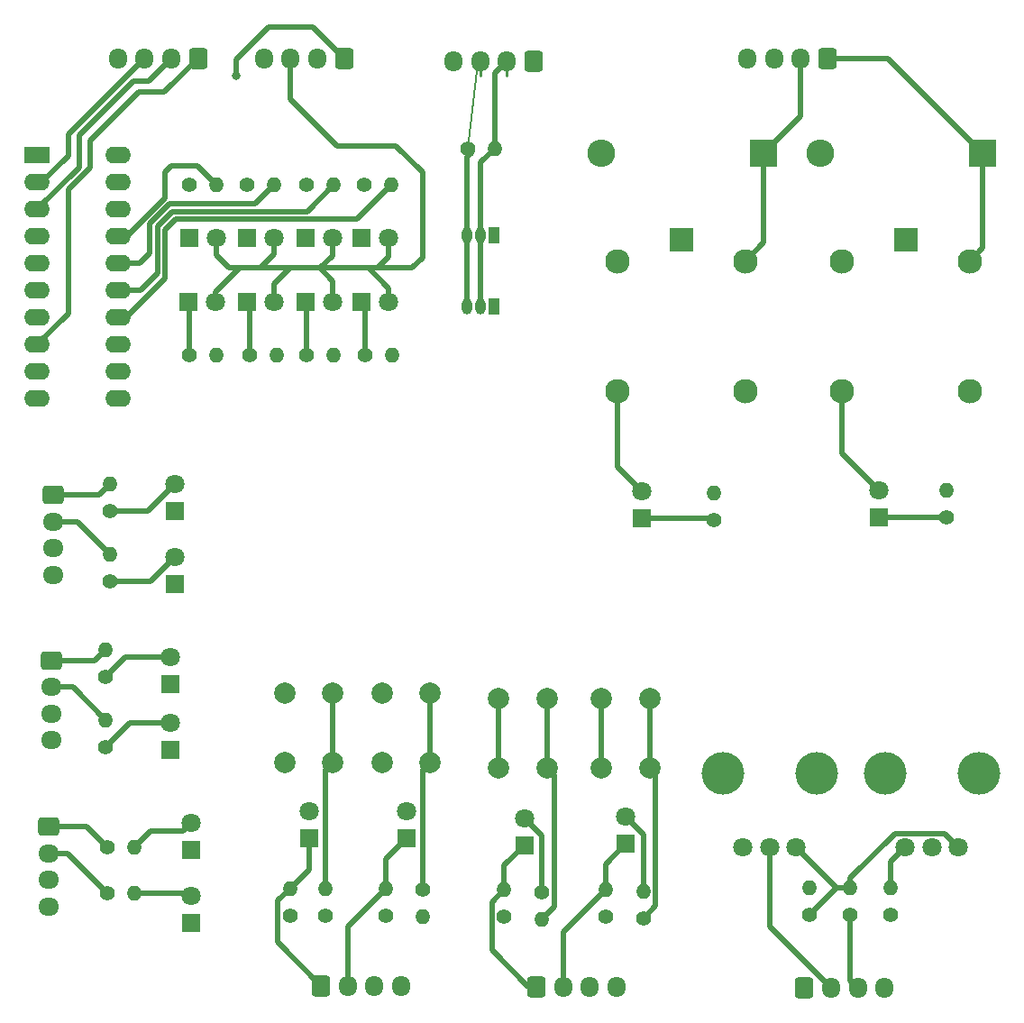
<source format=gbr>
%TF.GenerationSoftware,KiCad,Pcbnew,(6.0.2)*%
%TF.CreationDate,2022-11-07T20:40:14+00:00*%
%TF.ProjectId,testing_board,74657374-696e-4675-9f62-6f6172642e6b,rev?*%
%TF.SameCoordinates,Original*%
%TF.FileFunction,Copper,L1,Top*%
%TF.FilePolarity,Positive*%
%FSLAX46Y46*%
G04 Gerber Fmt 4.6, Leading zero omitted, Abs format (unit mm)*
G04 Created by KiCad (PCBNEW (6.0.2)) date 2022-11-07 20:40:14*
%MOMM*%
%LPD*%
G01*
G04 APERTURE LIST*
G04 Aperture macros list*
%AMRoundRect*
0 Rectangle with rounded corners*
0 $1 Rounding radius*
0 $2 $3 $4 $5 $6 $7 $8 $9 X,Y pos of 4 corners*
0 Add a 4 corners polygon primitive as box body*
4,1,4,$2,$3,$4,$5,$6,$7,$8,$9,$2,$3,0*
0 Add four circle primitives for the rounded corners*
1,1,$1+$1,$2,$3*
1,1,$1+$1,$4,$5*
1,1,$1+$1,$6,$7*
1,1,$1+$1,$8,$9*
0 Add four rect primitives between the rounded corners*
20,1,$1+$1,$2,$3,$4,$5,0*
20,1,$1+$1,$4,$5,$6,$7,0*
20,1,$1+$1,$6,$7,$8,$9,0*
20,1,$1+$1,$8,$9,$2,$3,0*%
G04 Aperture macros list end*
%TA.AperFunction,NonConductor*%
%ADD10C,0.200000*%
%TD*%
%TA.AperFunction,ComponentPad*%
%ADD11R,1.800000X1.800000*%
%TD*%
%TA.AperFunction,ComponentPad*%
%ADD12C,1.800000*%
%TD*%
%TA.AperFunction,ComponentPad*%
%ADD13RoundRect,0.250000X-0.600000X-0.725000X0.600000X-0.725000X0.600000X0.725000X-0.600000X0.725000X0*%
%TD*%
%TA.AperFunction,ComponentPad*%
%ADD14O,1.700000X1.950000*%
%TD*%
%TA.AperFunction,ComponentPad*%
%ADD15RoundRect,0.250000X-0.725000X0.600000X-0.725000X-0.600000X0.725000X-0.600000X0.725000X0.600000X0*%
%TD*%
%TA.AperFunction,ComponentPad*%
%ADD16O,1.950000X1.700000*%
%TD*%
%TA.AperFunction,ComponentPad*%
%ADD17C,1.400000*%
%TD*%
%TA.AperFunction,ComponentPad*%
%ADD18O,1.400000X1.400000*%
%TD*%
%TA.AperFunction,WasherPad*%
%ADD19C,4.000000*%
%TD*%
%TA.AperFunction,ComponentPad*%
%ADD20C,2.000000*%
%TD*%
%TA.AperFunction,ComponentPad*%
%ADD21R,1.000000X1.500000*%
%TD*%
%TA.AperFunction,ComponentPad*%
%ADD22O,1.000000X1.500000*%
%TD*%
%TA.AperFunction,ComponentPad*%
%ADD23RoundRect,0.250000X0.600000X0.725000X-0.600000X0.725000X-0.600000X-0.725000X0.600000X-0.725000X0*%
%TD*%
%TA.AperFunction,ComponentPad*%
%ADD24R,2.300000X2.300000*%
%TD*%
%TA.AperFunction,ComponentPad*%
%ADD25C,2.300000*%
%TD*%
%TA.AperFunction,ComponentPad*%
%ADD26R,2.400000X1.600000*%
%TD*%
%TA.AperFunction,ComponentPad*%
%ADD27O,2.400000X1.600000*%
%TD*%
%TA.AperFunction,ComponentPad*%
%ADD28R,2.600000X2.600000*%
%TD*%
%TA.AperFunction,ComponentPad*%
%ADD29O,2.600000X2.600000*%
%TD*%
%TA.AperFunction,ViaPad*%
%ADD30C,0.800000*%
%TD*%
%TA.AperFunction,Conductor*%
%ADD31C,0.500000*%
%TD*%
%TA.AperFunction,Conductor*%
%ADD32C,0.250000*%
%TD*%
G04 APERTURE END LIST*
D10*
X83219000Y-26775000D02*
X82249000Y-34775000D01*
D11*
%TO.P,D1,1,K*%
%TO.N,Net-(D1-Pad1)*%
X97099000Y-100076000D03*
D12*
%TO.P,D1,2,A*%
%TO.N,Net-(D1-Pad2)*%
X97099000Y-97536000D03*
%TD*%
D11*
%TO.P,D3,1,K*%
%TO.N,Net-(D3-Pad1)*%
X76478000Y-99568000D03*
D12*
%TO.P,D3,2,A*%
%TO.N,Net-(D3-Pad2)*%
X76478000Y-97028000D03*
%TD*%
D11*
%TO.P,D4,1,K*%
%TO.N,GND*%
X54346000Y-85103000D03*
D12*
%TO.P,D4,2,A*%
%TO.N,Net-(D4-Pad2)*%
X54346000Y-82563000D03*
%TD*%
D11*
%TO.P,D5,1,K*%
%TO.N,GND*%
X54346000Y-91254000D03*
D12*
%TO.P,D5,2,A*%
%TO.N,Net-(D5-Pad2)*%
X54346000Y-88714000D03*
%TD*%
D11*
%TO.P,D6,1,K*%
%TO.N,GND*%
X54737000Y-68834000D03*
D12*
%TO.P,D6,2,A*%
%TO.N,Net-(D6-Pad2)*%
X54737000Y-66294000D03*
%TD*%
D11*
%TO.P,D7,1,K*%
%TO.N,GND*%
X54737000Y-75692000D03*
D12*
%TO.P,D7,2,A*%
%TO.N,Net-(D7-Pad2)*%
X54737000Y-73152000D03*
%TD*%
D11*
%TO.P,D8,1,K*%
%TO.N,Net-(D8-Pad1)*%
X67334000Y-99568000D03*
D12*
%TO.P,D8,2,A*%
%TO.N,Net-(D8-Pad2)*%
X67334000Y-97028000D03*
%TD*%
D11*
%TO.P,D9,1,K*%
%TO.N,Net-(D9-Pad1)*%
X72300000Y-43200000D03*
D12*
%TO.P,D9,2,A*%
%TO.N,+5V*%
X74840000Y-43200000D03*
%TD*%
D11*
%TO.P,D10,1,K*%
%TO.N,Net-(R14-Pad1)*%
X67025000Y-43200000D03*
D12*
%TO.P,D10,2,A*%
%TO.N,+5V*%
X69565000Y-43200000D03*
%TD*%
D11*
%TO.P,D11,1,K*%
%TO.N,Net-(D11-Pad1)*%
X61525000Y-43200000D03*
D12*
%TO.P,D11,2,A*%
%TO.N,+5V*%
X64065000Y-43200000D03*
%TD*%
D11*
%TO.P,D12,1,K*%
%TO.N,Net-(R16-Pad1)*%
X56050000Y-43200000D03*
D12*
%TO.P,D12,2,A*%
%TO.N,+5V*%
X58590000Y-43200000D03*
%TD*%
D11*
%TO.P,D13,1,K*%
%TO.N,GND*%
X56250000Y-100642000D03*
D12*
%TO.P,D13,2,A*%
%TO.N,Net-(D13-Pad2)*%
X56250000Y-98102000D03*
%TD*%
D11*
%TO.P,D14,1,K*%
%TO.N,GND*%
X56250000Y-107525000D03*
D12*
%TO.P,D14,2,A*%
%TO.N,Net-(D14-Pad2)*%
X56250000Y-104985000D03*
%TD*%
D11*
%TO.P,D15,1,K*%
%TO.N,Net-(D15-Pad1)*%
X72275000Y-49200000D03*
D12*
%TO.P,D15,2,A*%
%TO.N,+5V*%
X74815000Y-49200000D03*
%TD*%
D11*
%TO.P,D16,1,K*%
%TO.N,Net-(D16-Pad1)*%
X67025000Y-49200000D03*
D12*
%TO.P,D16,2,A*%
%TO.N,+5V*%
X69565000Y-49200000D03*
%TD*%
D11*
%TO.P,D17,1,K*%
%TO.N,Net-(D17-Pad1)*%
X61525000Y-49200000D03*
D12*
%TO.P,D17,2,A*%
%TO.N,+5V*%
X64065000Y-49200000D03*
%TD*%
D11*
%TO.P,D18,1,K*%
%TO.N,Net-(R25-Pad1)*%
X56025000Y-49200000D03*
D12*
%TO.P,D18,2,A*%
%TO.N,+5V*%
X58565000Y-49200000D03*
%TD*%
D13*
%TO.P,J1,1,Pin_1*%
%TO.N,Net-(D2-Pad1)*%
X88717000Y-113538000D03*
D14*
%TO.P,J1,2,Pin_2*%
%TO.N,Net-(D1-Pad1)*%
X91217000Y-113538000D03*
%TO.P,J1,3,Pin_3*%
%TO.N,+5V*%
X93717000Y-113538000D03*
%TO.P,J1,4,Pin_4*%
%TO.N,GND*%
X96217000Y-113538000D03*
%TD*%
D13*
%TO.P,J2,1,Pin_1*%
%TO.N,Net-(D8-Pad1)*%
X68477000Y-113411000D03*
D14*
%TO.P,J2,2,Pin_2*%
%TO.N,Net-(D3-Pad1)*%
X70977000Y-113411000D03*
%TO.P,J2,3,Pin_3*%
%TO.N,+5V*%
X73477000Y-113411000D03*
%TO.P,J2,4,Pin_4*%
%TO.N,GND*%
X75977000Y-113411000D03*
%TD*%
D15*
%TO.P,J3,1,Pin_1*%
%TO.N,Net-(J3-Pad1)*%
X43170000Y-82872000D03*
D16*
%TO.P,J3,2,Pin_2*%
%TO.N,Net-(J3-Pad2)*%
X43170000Y-85372000D03*
%TO.P,J3,3,Pin_3*%
%TO.N,+5V*%
X43170000Y-87872000D03*
%TO.P,J3,4,Pin_4*%
%TO.N,GND*%
X43170000Y-90372000D03*
%TD*%
D15*
%TO.P,J4,1,Pin_1*%
%TO.N,Net-(J4-Pad1)*%
X43307000Y-67310000D03*
D16*
%TO.P,J4,2,Pin_2*%
%TO.N,Net-(J4-Pad2)*%
X43307000Y-69810000D03*
%TO.P,J4,3,Pin_3*%
%TO.N,+5V*%
X43307000Y-72310000D03*
%TO.P,J4,4,Pin_4*%
%TO.N,GND*%
X43307000Y-74810000D03*
%TD*%
D13*
%TO.P,J5,1,Pin_1*%
%TO.N,Net-(J5-Pad1)*%
X113869999Y-113657999D03*
D14*
%TO.P,J5,2,Pin_2*%
%TO.N,Net-(J5-Pad2)*%
X116369999Y-113657999D03*
%TO.P,J5,3,Pin_3*%
%TO.N,+5V*%
X118869999Y-113657999D03*
%TO.P,J5,4,Pin_4*%
%TO.N,GND*%
X121369999Y-113657999D03*
%TD*%
D17*
%TO.P,R1,1*%
%TO.N,Net-(R1-Pad1)*%
X98750000Y-107061000D03*
D18*
%TO.P,R1,2*%
%TO.N,Net-(D1-Pad2)*%
X98750000Y-104521000D03*
%TD*%
D17*
%TO.P,R2,1*%
%TO.N,Net-(D2-Pad2)*%
X89225000Y-104648000D03*
D18*
%TO.P,R2,2*%
%TO.N,Net-(R2-Pad2)*%
X89225000Y-107188000D03*
%TD*%
D17*
%TO.P,R3,1*%
%TO.N,Net-(R3-Pad1)*%
X78002000Y-104394000D03*
D18*
%TO.P,R3,2*%
%TO.N,Net-(D3-Pad2)*%
X78002000Y-106934000D03*
%TD*%
D17*
%TO.P,R4,1*%
%TO.N,Net-(D4-Pad2)*%
X48250000Y-84396000D03*
D18*
%TO.P,R4,2*%
%TO.N,Net-(J3-Pad1)*%
X48250000Y-81856000D03*
%TD*%
D17*
%TO.P,R5,1*%
%TO.N,Net-(D5-Pad2)*%
X48250000Y-91000000D03*
D18*
%TO.P,R5,2*%
%TO.N,Net-(J3-Pad2)*%
X48250000Y-88460000D03*
%TD*%
D17*
%TO.P,R6,1*%
%TO.N,Net-(D6-Pad2)*%
X48641000Y-68834000D03*
D18*
%TO.P,R6,2*%
%TO.N,Net-(J4-Pad1)*%
X48641000Y-66294000D03*
%TD*%
D17*
%TO.P,R7,1*%
%TO.N,Net-(D7-Pad2)*%
X48641000Y-75438000D03*
D18*
%TO.P,R7,2*%
%TO.N,Net-(J4-Pad2)*%
X48641000Y-72898000D03*
%TD*%
D17*
%TO.P,R8,1*%
%TO.N,GND*%
X95194000Y-106934000D03*
D18*
%TO.P,R8,2*%
%TO.N,Net-(D1-Pad1)*%
X95194000Y-104394000D03*
%TD*%
D17*
%TO.P,R9,1*%
%TO.N,GND*%
X74573000Y-106807000D03*
D18*
%TO.P,R9,2*%
%TO.N,Net-(D3-Pad1)*%
X74573000Y-104267000D03*
%TD*%
D17*
%TO.P,R10,1*%
%TO.N,GND*%
X65556000Y-106807000D03*
D18*
%TO.P,R10,2*%
%TO.N,Net-(D8-Pad1)*%
X65556000Y-104267000D03*
%TD*%
D17*
%TO.P,R11,1*%
%TO.N,Net-(D8-Pad2)*%
X68858000Y-106807000D03*
D18*
%TO.P,R11,2*%
%TO.N,Net-(R11-Pad2)*%
X68858000Y-104267000D03*
%TD*%
D17*
%TO.P,R12,1*%
%TO.N,GND*%
X85669000Y-106934000D03*
D18*
%TO.P,R12,2*%
%TO.N,Net-(D2-Pad1)*%
X85669000Y-104394000D03*
%TD*%
D17*
%TO.P,R13,1*%
%TO.N,Net-(D9-Pad1)*%
X72530000Y-38200000D03*
D18*
%TO.P,R13,2*%
%TO.N,Net-(U3-Pad14)*%
X75070000Y-38200000D03*
%TD*%
D17*
%TO.P,R14,1*%
%TO.N,Net-(R14-Pad1)*%
X67130000Y-38200000D03*
D18*
%TO.P,R14,2*%
%TO.N,Net-(U3-Pad15)*%
X69670000Y-38200000D03*
%TD*%
D17*
%TO.P,R15,1*%
%TO.N,Net-(D11-Pad1)*%
X61530000Y-38200000D03*
D18*
%TO.P,R15,2*%
%TO.N,Net-(U3-Pad16)*%
X64070000Y-38200000D03*
%TD*%
D17*
%TO.P,R16,1*%
%TO.N,Net-(R16-Pad1)*%
X56130000Y-38200000D03*
D18*
%TO.P,R16,2*%
%TO.N,Net-(U3-Pad17)*%
X58670000Y-38200000D03*
%TD*%
D17*
%TO.P,R17,1*%
%TO.N,+5V*%
X118187999Y-106799999D03*
D18*
%TO.P,R17,2*%
%TO.N,Net-(R17-Pad2)*%
X118187999Y-104259999D03*
%TD*%
D17*
%TO.P,R18,1*%
%TO.N,+5V*%
X82249000Y-34775000D03*
D18*
%TO.P,R18,2*%
%TO.N,Net-(J16-Pad2)*%
X84789000Y-34775000D03*
%TD*%
D17*
%TO.P,R19,1*%
%TO.N,Net-(R17-Pad2)*%
X114377999Y-106799999D03*
D18*
%TO.P,R19,2*%
%TO.N,GND*%
X114377999Y-104259999D03*
%TD*%
D17*
%TO.P,R20,1*%
%TO.N,Net-(D22-Pad1)*%
X105356000Y-69654000D03*
D18*
%TO.P,R20,2*%
%TO.N,GND*%
X105356000Y-67114000D03*
%TD*%
D17*
%TO.P,R21,1*%
%TO.N,Net-(J6-Pad2)*%
X48376000Y-104706000D03*
D18*
%TO.P,R21,2*%
%TO.N,Net-(D14-Pad2)*%
X50916000Y-104706000D03*
%TD*%
D17*
%TO.P,R22,1*%
%TO.N,Net-(D15-Pad1)*%
X72580000Y-54200000D03*
D18*
%TO.P,R22,2*%
%TO.N,Net-(U3-Pad7)*%
X75120000Y-54200000D03*
%TD*%
D17*
%TO.P,R23,1*%
%TO.N,Net-(D16-Pad1)*%
X67080000Y-54200000D03*
D18*
%TO.P,R23,2*%
%TO.N,Net-(U3-Pad6)*%
X69620000Y-54200000D03*
%TD*%
D17*
%TO.P,R24,1*%
%TO.N,Net-(D17-Pad1)*%
X61730000Y-54200000D03*
D18*
%TO.P,R24,2*%
%TO.N,Net-(R24-Pad2)*%
X64270000Y-54200000D03*
%TD*%
D17*
%TO.P,R25,1*%
%TO.N,Net-(R25-Pad1)*%
X56130000Y-54200000D03*
D18*
%TO.P,R25,2*%
%TO.N,Net-(U3-Pad4)*%
X58670000Y-54200000D03*
%TD*%
D19*
%TO.P,RV1,*%
%TO.N,*%
X121447999Y-93449999D03*
X130247999Y-93449999D03*
D12*
%TO.P,RV1,1,1*%
%TO.N,Net-(R17-Pad2)*%
X128347999Y-100449999D03*
%TO.P,RV1,2,2*%
%TO.N,Net-(J5-Pad1)*%
X125847999Y-100449999D03*
%TO.P,RV1,3,3*%
%TO.N,Net-(R26-Pad2)*%
X123347999Y-100449999D03*
%TD*%
D19*
%TO.P,RV2,*%
%TO.N,*%
X106207999Y-93449999D03*
X115007999Y-93449999D03*
D12*
%TO.P,RV2,1,1*%
%TO.N,Net-(R17-Pad2)*%
X113107999Y-100449999D03*
%TO.P,RV2,2,2*%
%TO.N,Net-(J5-Pad2)*%
X110607999Y-100449999D03*
%TO.P,RV2,3,3*%
%TO.N,Net-(R26-Pad2)*%
X108107999Y-100449999D03*
%TD*%
D20*
%TO.P,SW1,1,1*%
%TO.N,+5V*%
X94813000Y-92964000D03*
X94813000Y-86464000D03*
%TO.P,SW1,2,2*%
%TO.N,Net-(R1-Pad1)*%
X99313000Y-86464000D03*
X99313000Y-92964000D03*
%TD*%
%TO.P,SW2,1,1*%
%TO.N,+5V*%
X85161000Y-86464000D03*
X85161000Y-92964000D03*
%TO.P,SW2,2,2*%
%TO.N,Net-(R2-Pad2)*%
X89661000Y-92964000D03*
X89661000Y-86464000D03*
%TD*%
%TO.P,SW3,1,1*%
%TO.N,+5V*%
X74192000Y-85956000D03*
X74192000Y-92456000D03*
%TO.P,SW3,2,2*%
%TO.N,Net-(R3-Pad1)*%
X78692000Y-92456000D03*
X78692000Y-85956000D03*
%TD*%
%TO.P,SW4,1,1*%
%TO.N,+5V*%
X65048000Y-92456000D03*
X65048000Y-85956000D03*
%TO.P,SW4,2,2*%
%TO.N,Net-(R11-Pad2)*%
X69548000Y-92456000D03*
X69548000Y-85956000D03*
%TD*%
D21*
%TO.P,U1,1,GND*%
%TO.N,GND*%
X84739000Y-42900000D03*
D22*
%TO.P,U1,2,DQ*%
%TO.N,Net-(J16-Pad2)*%
X83469000Y-42900000D03*
%TO.P,U1,3,VDD*%
%TO.N,+5V*%
X82199000Y-42900000D03*
%TD*%
D21*
%TO.P,U2,1,GND*%
%TO.N,GND*%
X84739000Y-49650000D03*
D22*
%TO.P,U2,2,DQ*%
%TO.N,Net-(J16-Pad2)*%
X83469000Y-49650000D03*
%TO.P,U2,3,VDD*%
%TO.N,+5V*%
X82199000Y-49650000D03*
%TD*%
D23*
%TO.P,J16,1,Pin_1*%
%TO.N,unconnected-(J16-Pad1)*%
X88400000Y-26600000D03*
D14*
%TO.P,J16,2,Pin_2*%
%TO.N,Net-(J16-Pad2)*%
X85900000Y-26600000D03*
%TO.P,J16,3,Pin_3*%
%TO.N,+5V*%
X83400000Y-26600000D03*
%TO.P,J16,4,Pin_4*%
%TO.N,GND*%
X80900000Y-26600000D03*
%TD*%
D17*
%TO.P,R26,1*%
%TO.N,GND*%
X121997999Y-106799999D03*
D18*
%TO.P,R26,2*%
%TO.N,Net-(R26-Pad2)*%
X121997999Y-104259999D03*
%TD*%
D11*
%TO.P,D2,1,K*%
%TO.N,Net-(D2-Pad1)*%
X87574000Y-100203000D03*
D12*
%TO.P,D2,2,A*%
%TO.N,Net-(D2-Pad2)*%
X87574000Y-97663000D03*
%TD*%
D11*
%TO.P,D21,1,K*%
%TO.N,Net-(D21-Pad1)*%
X120850000Y-69400000D03*
D12*
%TO.P,D21,2,A*%
%TO.N,Net-(D21-Pad2)*%
X120850000Y-66860000D03*
%TD*%
D11*
%TO.P,D22,1,K*%
%TO.N,Net-(D22-Pad1)*%
X98625000Y-69527000D03*
D12*
%TO.P,D22,2,A*%
%TO.N,Net-(D22-Pad2)*%
X98625000Y-66987000D03*
%TD*%
D23*
%TO.P,J7,1,Pin_1*%
%TO.N,Net-(J7-Pad1)*%
X56896000Y-26289000D03*
D14*
%TO.P,J7,2,Pin_2*%
%TO.N,Net-(J7-Pad2)*%
X54396000Y-26289000D03*
%TO.P,J7,3,Pin_3*%
%TO.N,+5V*%
X51896000Y-26289000D03*
%TO.P,J7,4,Pin_4*%
%TO.N,GND*%
X49396000Y-26289000D03*
%TD*%
D23*
%TO.P,J8,1,Pin_1*%
%TO.N,Net-(J8-Pad1)*%
X70612000Y-26289000D03*
D14*
%TO.P,J8,2,Pin_2*%
%TO.N,Net-(J8-Pad2)*%
X68112000Y-26289000D03*
%TO.P,J8,3,Pin_3*%
%TO.N,+5V*%
X65612000Y-26289000D03*
%TO.P,J8,4,Pin_4*%
%TO.N,GND*%
X63112000Y-26289000D03*
%TD*%
D23*
%TO.P,J9,1,Pin_1*%
%TO.N,Net-(D19-Pad1)*%
X116024000Y-26347000D03*
D14*
%TO.P,J9,2,Pin_2*%
%TO.N,Net-(D20-Pad1)*%
X113524000Y-26347000D03*
%TO.P,J9,3,Pin_3*%
%TO.N,+5V*%
X111024000Y-26347000D03*
%TO.P,J9,4,Pin_4*%
%TO.N,GND*%
X108524000Y-26347000D03*
%TD*%
D17*
%TO.P,R27,1*%
%TO.N,Net-(J6-Pad1)*%
X48376000Y-100388000D03*
D18*
%TO.P,R27,2*%
%TO.N,Net-(D13-Pad2)*%
X50916000Y-100388000D03*
%TD*%
D17*
%TO.P,R28,1*%
%TO.N,Net-(D21-Pad1)*%
X127200000Y-69400000D03*
D18*
%TO.P,R28,2*%
%TO.N,GND*%
X127200000Y-66860000D03*
%TD*%
D24*
%TO.P,RLY1,1,COM*%
%TO.N,+5V*%
X123390000Y-43365000D03*
D25*
%TO.P,RLY1,2,COIL*%
%TO.N,GND*%
X117390000Y-45365000D03*
%TO.P,RLY1,3,NO*%
%TO.N,Net-(D21-Pad2)*%
X117390000Y-57565000D03*
%TO.P,RLY1,4,NC*%
%TO.N,unconnected-(RLY1-Pad4)*%
X129390000Y-57565000D03*
%TO.P,RLY1,5,COIL*%
%TO.N,Net-(D19-Pad1)*%
X129390000Y-45365000D03*
%TD*%
D24*
%TO.P,RLY2,1,COM*%
%TO.N,+5V*%
X102308000Y-43365000D03*
D25*
%TO.P,RLY2,2,COIL*%
%TO.N,GND*%
X96308000Y-45365000D03*
%TO.P,RLY2,3,NO*%
%TO.N,Net-(D22-Pad2)*%
X96308000Y-57565000D03*
%TO.P,RLY2,4,NC*%
%TO.N,unconnected-(RLY2-Pad4)*%
X108308000Y-57565000D03*
%TO.P,RLY2,5,COIL*%
%TO.N,Net-(D20-Pad1)*%
X108308000Y-45365000D03*
%TD*%
D26*
%TO.P,U3,1,PGND*%
%TO.N,GND*%
X41800000Y-35400000D03*
D27*
%TO.P,U3,2,VCC*%
%TO.N,+5V*%
X41800000Y-37940000D03*
%TO.P,U3,3,SER_IN*%
%TO.N,Net-(J7-Pad2)*%
X41800000Y-40480000D03*
%TO.P,U3,4,DRAIN0*%
%TO.N,Net-(U3-Pad4)*%
X41800000Y-43020000D03*
%TO.P,U3,5,DRAIN1*%
%TO.N,Net-(R24-Pad2)*%
X41800000Y-45560000D03*
%TO.P,U3,6,DRAIN2*%
%TO.N,Net-(U3-Pad6)*%
X41800000Y-48100000D03*
%TO.P,U3,7,DRAIN3*%
%TO.N,Net-(U3-Pad7)*%
X41800000Y-50640000D03*
%TO.P,U3,8,~{SRCLR}*%
%TO.N,Net-(J7-Pad1)*%
X41800000Y-53180000D03*
%TO.P,U3,9,~{G}*%
%TO.N,GND*%
X41800000Y-55720000D03*
%TO.P,U3,10,PGND*%
X41800000Y-58260000D03*
%TO.P,U3,11,PGND*%
X49420000Y-58260000D03*
%TO.P,U3,12,RCLK*%
%TO.N,Net-(J8-Pad2)*%
X49420000Y-55720000D03*
%TO.P,U3,13,SRCK*%
%TO.N,Net-(J8-Pad1)*%
X49420000Y-53180000D03*
%TO.P,U3,14,DRAIN4*%
%TO.N,Net-(U3-Pad14)*%
X49420000Y-50640000D03*
%TO.P,U3,15,DRAIN5*%
%TO.N,Net-(U3-Pad15)*%
X49420000Y-48100000D03*
%TO.P,U3,16,DRAIN6*%
%TO.N,Net-(U3-Pad16)*%
X49420000Y-45560000D03*
%TO.P,U3,17,DRAIN7*%
%TO.N,Net-(U3-Pad17)*%
X49420000Y-43020000D03*
%TO.P,U3,18,SER_OUT*%
%TO.N,unconnected-(U3-Pad18)*%
X49420000Y-40480000D03*
%TO.P,U3,19,LGND*%
%TO.N,GND*%
X49420000Y-37940000D03*
%TO.P,U3,20,PGND*%
X49420000Y-35400000D03*
%TD*%
D15*
%TO.P,J6,1,Pin_1*%
%TO.N,Net-(J6-Pad1)*%
X42915000Y-98483000D03*
D16*
%TO.P,J6,2,Pin_2*%
%TO.N,Net-(J6-Pad2)*%
X42915000Y-100983000D03*
%TO.P,J6,3,Pin_3*%
%TO.N,+5V*%
X42915000Y-103483000D03*
%TO.P,J6,4,Pin_4*%
%TO.N,GND*%
X42915000Y-105983000D03*
%TD*%
D28*
%TO.P,D19,1,K*%
%TO.N,Net-(D19-Pad1)*%
X130629000Y-35237000D03*
D29*
%TO.P,D19,2,A*%
%TO.N,GND*%
X115389000Y-35237000D03*
%TD*%
D28*
%TO.P,D20,1,K*%
%TO.N,Net-(D20-Pad1)*%
X110055000Y-35237000D03*
D29*
%TO.P,D20,2,A*%
%TO.N,GND*%
X94815000Y-35237000D03*
%TD*%
D30*
%TO.N,Net-(J8-Pad1)*%
X60452000Y-27940000D03*
%TD*%
D31*
%TO.N,Net-(D7-Pad2)*%
X48641000Y-75438000D02*
X52451000Y-75438000D01*
X52451000Y-75438000D02*
X54737000Y-73152000D01*
%TO.N,Net-(J4-Pad2)*%
X45553000Y-69810000D02*
X48641000Y-72898000D01*
X43307000Y-69810000D02*
X45553000Y-69810000D01*
%TO.N,Net-(J4-Pad1)*%
X47625000Y-67310000D02*
X48641000Y-66294000D01*
X43307000Y-67310000D02*
X47625000Y-67310000D01*
%TO.N,Net-(D6-Pad2)*%
X52197000Y-68834000D02*
X54737000Y-66294000D01*
X48641000Y-68834000D02*
X52197000Y-68834000D01*
%TO.N,Net-(D14-Pad2)*%
X55971000Y-104706000D02*
X56250000Y-104985000D01*
X50916000Y-104706000D02*
X55971000Y-104706000D01*
%TO.N,Net-(D1-Pad1)*%
X95194000Y-104394000D02*
X91217000Y-108371000D01*
X95194000Y-101981000D02*
X97099000Y-100076000D01*
X95194000Y-104394000D02*
X95194000Y-101981000D01*
X91217000Y-108371000D02*
X91217000Y-113538000D01*
%TO.N,Net-(D2-Pad1)*%
X87955000Y-113538000D02*
X84518999Y-110101999D01*
X88717000Y-113538000D02*
X87955000Y-113538000D01*
X84518999Y-110101999D02*
X84518999Y-105544001D01*
X84518999Y-105544001D02*
X85669000Y-104394000D01*
X85669000Y-102108000D02*
X87574000Y-100203000D01*
X85669000Y-104394000D02*
X85669000Y-102108000D01*
%TO.N,Net-(D2-Pad2)*%
X89225000Y-99314000D02*
X87574000Y-97663000D01*
X89225000Y-104648000D02*
X89225000Y-99314000D01*
%TO.N,Net-(D3-Pad1)*%
X74573000Y-104267000D02*
X74573000Y-101473000D01*
X74573000Y-104267000D02*
X70977000Y-107863000D01*
X74573000Y-101473000D02*
X76478000Y-99568000D01*
X70977000Y-107863000D02*
X70977000Y-113411000D01*
%TO.N,Net-(D4-Pad2)*%
X54346000Y-82563000D02*
X54341000Y-82558000D01*
X54341000Y-82558000D02*
X50088000Y-82558000D01*
X50088000Y-82558000D02*
X48250000Y-84396000D01*
%TO.N,Net-(D5-Pad2)*%
X54346000Y-88714000D02*
X50536000Y-88714000D01*
X50536000Y-88714000D02*
X48250000Y-91000000D01*
%TO.N,Net-(D8-Pad1)*%
X64405999Y-109339999D02*
X68477000Y-113411000D01*
X67334000Y-99568000D02*
X67334000Y-102489000D01*
X65556000Y-104267000D02*
X64405999Y-105417001D01*
X67334000Y-102489000D02*
X65556000Y-104267000D01*
X64405999Y-105417001D02*
X64405999Y-109339999D01*
D32*
X67334000Y-99568000D02*
X67334000Y-102616000D01*
D31*
%TO.N,Net-(D13-Pad2)*%
X52440000Y-98864000D02*
X55488000Y-98864000D01*
X50916000Y-100388000D02*
X52440000Y-98864000D01*
X55488000Y-98864000D02*
X56250000Y-98102000D01*
%TO.N,Net-(J6-Pad2)*%
X44653000Y-100983000D02*
X42915000Y-100983000D01*
X48376000Y-104706000D02*
X44653000Y-100983000D01*
%TO.N,Net-(J6-Pad1)*%
X42915000Y-98483000D02*
X46471000Y-98483000D01*
X46471000Y-98483000D02*
X48376000Y-100388000D01*
%TO.N,Net-(D15-Pad1)*%
X72580000Y-54200000D02*
X72580000Y-49505000D01*
X72580000Y-49505000D02*
X72275000Y-49200000D01*
%TO.N,Net-(D16-Pad1)*%
X67080000Y-54200000D02*
X67080000Y-49255000D01*
X67080000Y-49255000D02*
X67025000Y-49200000D01*
%TO.N,Net-(D17-Pad1)*%
X61730000Y-54200000D02*
X61730000Y-49405000D01*
X61730000Y-49405000D02*
X61525000Y-49200000D01*
%TO.N,+5V*%
X78000000Y-37000000D02*
X78000000Y-45000000D01*
X42200000Y-37940000D02*
X44704000Y-35436000D01*
X75500000Y-34500000D02*
X78000000Y-37000000D01*
X68400000Y-46000000D02*
X67792000Y-46000000D01*
X82199000Y-49650000D02*
X82199000Y-43326516D01*
X82199000Y-43326516D02*
X82197407Y-43324923D01*
X74840000Y-43200000D02*
X74840000Y-44960000D01*
X64065000Y-44735000D02*
X64065000Y-43200000D01*
X72924000Y-46000000D02*
X74815000Y-47891000D01*
X69565000Y-44835000D02*
X68400000Y-46000000D01*
X65600000Y-46000000D02*
X64065000Y-47535000D01*
X72924000Y-46000000D02*
X68400000Y-46000000D01*
D32*
X83400000Y-27950000D02*
X83400000Y-26600000D01*
D31*
X58590000Y-43200000D02*
X58590000Y-44790000D01*
X74840000Y-44960000D02*
X73800000Y-46000000D01*
X77000000Y-46000000D02*
X73800000Y-46000000D01*
X44704000Y-35436000D02*
X44704000Y-33481000D01*
X60800000Y-46000000D02*
X58565000Y-48235000D01*
X73800000Y-46000000D02*
X72924000Y-46000000D01*
X78000000Y-45000000D02*
X77000000Y-46000000D01*
X70000000Y-34500000D02*
X75500000Y-34500000D01*
X59800000Y-46000000D02*
X60800000Y-46000000D01*
X118187999Y-112975999D02*
X118869999Y-113657999D01*
X67792000Y-46000000D02*
X68352000Y-46000000D01*
X85161000Y-86464000D02*
X85161000Y-92964000D01*
X68352000Y-46000000D02*
X69565000Y-47213000D01*
X69565000Y-47213000D02*
X69565000Y-49200000D01*
X65612000Y-30112000D02*
X70000000Y-34500000D01*
X58590000Y-44790000D02*
X59800000Y-46000000D01*
X60800000Y-46000000D02*
X62800000Y-46000000D01*
X65612000Y-26289000D02*
X65612000Y-30112000D01*
X67792000Y-46000000D02*
X66000000Y-46000000D01*
X44704000Y-33481000D02*
X51896000Y-26289000D01*
X69565000Y-43200000D02*
X69565000Y-44835000D01*
X82199000Y-42900000D02*
X82199000Y-35597162D01*
X41800000Y-37940000D02*
X42200000Y-37940000D01*
X74815000Y-47891000D02*
X74815000Y-49200000D01*
X58565000Y-48235000D02*
X58565000Y-49200000D01*
X64065000Y-47535000D02*
X64065000Y-49200000D01*
X62800000Y-46000000D02*
X64065000Y-44735000D01*
X82199000Y-35597162D02*
X82588268Y-35207894D01*
X118187999Y-106799999D02*
X118187999Y-112975999D01*
X66000000Y-46000000D02*
X65600000Y-46000000D01*
X94813000Y-86464000D02*
X94813000Y-92964000D01*
X66000000Y-46000000D02*
X62800000Y-46000000D01*
%TO.N,Net-(J3-Pad2)*%
X42916000Y-85372000D02*
X45162000Y-85372000D01*
X45162000Y-85372000D02*
X48250000Y-88460000D01*
%TO.N,Net-(J3-Pad1)*%
X42916000Y-82872000D02*
X47234000Y-82872000D01*
X47234000Y-82872000D02*
X48250000Y-81856000D01*
%TO.N,Net-(J5-Pad2)*%
X110607999Y-107895999D02*
X110607999Y-100449999D01*
X116369999Y-113657999D02*
X110607999Y-107895999D01*
%TO.N,Net-(J7-Pad1)*%
X46736000Y-34036000D02*
X51308000Y-29464000D01*
X51308000Y-29464000D02*
X53721000Y-29464000D01*
X44704000Y-50276000D02*
X44704000Y-38581270D01*
X46736000Y-36549270D02*
X46736000Y-34036000D01*
X44704000Y-38581270D02*
X46736000Y-36549270D01*
X41800000Y-53180000D02*
X44704000Y-50276000D01*
X53721000Y-29464000D02*
X56896000Y-26289000D01*
%TO.N,Net-(J8-Pad1)*%
X60452000Y-26416000D02*
X63500000Y-23368000D01*
X70612000Y-26289000D02*
X70612000Y-26797000D01*
X67691000Y-23368000D02*
X70612000Y-26289000D01*
X63500000Y-23368000D02*
X67691000Y-23368000D01*
X60452000Y-27940000D02*
X60452000Y-26416000D01*
%TO.N,Net-(R1-Pad1)*%
X98750000Y-107061000D02*
X99900001Y-105910999D01*
X99313000Y-92964000D02*
X99313000Y-86464000D01*
X99900001Y-105910999D02*
X99900001Y-93551001D01*
X99900001Y-93551001D02*
X99313000Y-92964000D01*
%TO.N,Net-(R2-Pad2)*%
X90375001Y-106037999D02*
X90375001Y-93678001D01*
X89661000Y-86464000D02*
X89661000Y-92964000D01*
X90375001Y-93678001D02*
X89661000Y-92964000D01*
X89225000Y-107188000D02*
X90375001Y-106037999D01*
%TO.N,Net-(R17-Pad2)*%
X118187999Y-104259999D02*
X118187999Y-103270050D01*
X118187999Y-104259999D02*
X116917999Y-104259999D01*
X116917999Y-104259999D02*
X114377999Y-106799999D01*
X122358051Y-99099998D02*
X126997998Y-99099998D01*
X116917999Y-104259999D02*
X113107999Y-100449999D01*
X118187999Y-103270050D02*
X122358051Y-99099998D01*
X126997998Y-99099998D02*
X128347999Y-100449999D01*
%TO.N,Net-(J16-Pad2)*%
X83469000Y-42900000D02*
X83469000Y-36095000D01*
X84789000Y-34775000D02*
X84789000Y-27711000D01*
X83469000Y-36095000D02*
X84789000Y-34775000D01*
X84789000Y-27711000D02*
X85900000Y-26600000D01*
X83469000Y-49650000D02*
X83469000Y-42900000D01*
D32*
X85900000Y-26600000D02*
X85900000Y-27910000D01*
D31*
%TO.N,Net-(R26-Pad2)*%
X121997999Y-101799999D02*
X123347999Y-100449999D01*
X121997999Y-104259999D02*
X121997999Y-101799999D01*
%TO.N,Net-(D1-Pad2)*%
X98750000Y-99187000D02*
X98750000Y-104521000D01*
X97099000Y-97536000D02*
X98750000Y-99187000D01*
%TO.N,Net-(D21-Pad1)*%
X120850000Y-69400000D02*
X127200000Y-69400000D01*
%TO.N,Net-(D21-Pad2)*%
X117390000Y-57565000D02*
X117390000Y-63400000D01*
X117390000Y-63400000D02*
X120850000Y-66860000D01*
%TO.N,Net-(D22-Pad2)*%
X96308000Y-57565000D02*
X96308000Y-64670000D01*
X96308000Y-64670000D02*
X98625000Y-66987000D01*
%TO.N,Net-(D22-Pad1)*%
X105229000Y-69527000D02*
X105356000Y-69654000D01*
X98625000Y-69527000D02*
X105229000Y-69527000D01*
%TO.N,Net-(J7-Pad2)*%
X41800000Y-40480000D02*
X41816000Y-40480000D01*
X50800000Y-28448000D02*
X52237000Y-28448000D01*
X45720000Y-36576000D02*
X45720000Y-33528000D01*
X52237000Y-28448000D02*
X54396000Y-26289000D01*
X41816000Y-40480000D02*
X45720000Y-36576000D01*
X45720000Y-33528000D02*
X50800000Y-28448000D01*
%TO.N,Net-(R3-Pad1)*%
X78692000Y-92456000D02*
X78692000Y-85956000D01*
X78002000Y-93146000D02*
X78692000Y-92456000D01*
X78002000Y-104394000D02*
X78002000Y-93146000D01*
%TO.N,Net-(R11-Pad2)*%
X68858000Y-93146000D02*
X69548000Y-92456000D01*
X68858000Y-104267000D02*
X68858000Y-93146000D01*
X69548000Y-85956000D02*
X69548000Y-92456000D01*
%TO.N,Net-(D19-Pad1)*%
X130629000Y-44126000D02*
X129390000Y-45365000D01*
X130629000Y-35237000D02*
X130629000Y-44126000D01*
X116024000Y-26347000D02*
X121739000Y-26347000D01*
X121739000Y-26347000D02*
X130629000Y-35237000D01*
%TO.N,Net-(D20-Pad1)*%
X110055000Y-43618000D02*
X108308000Y-45365000D01*
X110055000Y-35237000D02*
X110055000Y-43618000D01*
X113524000Y-31768000D02*
X110055000Y-35237000D01*
X113524000Y-26347000D02*
X113524000Y-31768000D01*
%TO.N,Net-(R25-Pad1)*%
X56130000Y-54200000D02*
X56130000Y-49305000D01*
X56130000Y-49305000D02*
X56025000Y-49200000D01*
%TO.N,Net-(U3-Pad14)*%
X71870000Y-41400000D02*
X75070000Y-38200000D01*
X50160000Y-50640000D02*
X53800000Y-47000000D01*
X53800000Y-42400000D02*
X54800000Y-41400000D01*
X49420000Y-50640000D02*
X50160000Y-50640000D01*
X53800000Y-47000000D02*
X53800000Y-42400000D01*
X54800000Y-41400000D02*
X71870000Y-41400000D01*
%TO.N,Net-(U3-Pad15)*%
X53100000Y-42110050D02*
X54510050Y-40700000D01*
X51500000Y-48100000D02*
X53100000Y-46500000D01*
X53100000Y-46500000D02*
X53100000Y-42110050D01*
X67170000Y-40700000D02*
X69670000Y-38200000D01*
X54510050Y-40700000D02*
X67170000Y-40700000D01*
X49420000Y-48100000D02*
X51500000Y-48100000D01*
%TO.N,Net-(U3-Pad16)*%
X52400000Y-41820101D02*
X54220101Y-40000000D01*
X62270000Y-40000000D02*
X64070000Y-38200000D01*
X51440000Y-45560000D02*
X52400000Y-44600000D01*
X49420000Y-45560000D02*
X51440000Y-45560000D01*
X54220101Y-40000000D02*
X62270000Y-40000000D01*
X52400000Y-44600000D02*
X52400000Y-41820101D01*
%TO.N,Net-(U3-Pad17)*%
X53800000Y-39430151D02*
X53800000Y-37000000D01*
X54400000Y-36400000D02*
X56870000Y-36400000D01*
X50210151Y-43020000D02*
X53800000Y-39430151D01*
X49420000Y-43020000D02*
X50210151Y-43020000D01*
X53800000Y-37000000D02*
X54400000Y-36400000D01*
X56870000Y-36400000D02*
X58670000Y-38200000D01*
%TD*%
M02*

</source>
